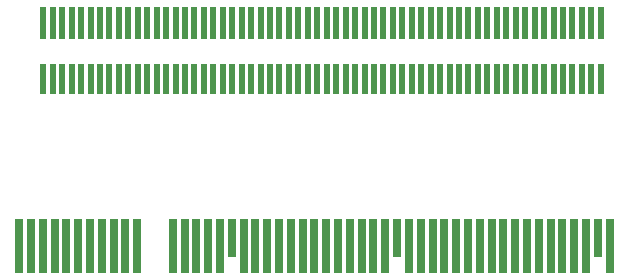
<source format=gtp>
G04*
G04 #@! TF.GenerationSoftware,Altium Limited,Altium Designer,19.1.6 (110)*
G04*
G04 Layer_Color=8421504*
%FSLAX25Y25*%
%MOIN*%
G70*
G01*
G75*
%ADD13R,0.02800X0.18000*%
%ADD14R,0.02800X0.12579*%
%ADD15R,0.01969X0.10236*%
%ADD16R,0.01969X0.11024*%
%ADD17R,0.01969X0.10236*%
%ADD18R,0.01969X0.11024*%
D13*
X437242Y162632D02*
D03*
X441178D02*
D03*
X452987D02*
D03*
X445115D02*
D03*
X433306D02*
D03*
X429369D02*
D03*
X417558D02*
D03*
X413622D02*
D03*
X409685D02*
D03*
X405748D02*
D03*
X401811D02*
D03*
X397873D02*
D03*
X393936D02*
D03*
X389999D02*
D03*
X386062D02*
D03*
X382125D02*
D03*
X378188D02*
D03*
X456923D02*
D03*
X460860D02*
D03*
X464796D02*
D03*
X468732D02*
D03*
X472669D02*
D03*
X476605D02*
D03*
X480541D02*
D03*
X484477D02*
D03*
X488414D02*
D03*
X492350D02*
D03*
X496286D02*
D03*
X500222D02*
D03*
X508095D02*
D03*
X512031D02*
D03*
X515968D02*
D03*
X519904D02*
D03*
X523840D02*
D03*
X527776D02*
D03*
X531712D02*
D03*
X535649D02*
D03*
X539585D02*
D03*
X543521D02*
D03*
X547458D02*
D03*
X551394D02*
D03*
X555330D02*
D03*
X559266D02*
D03*
X563203D02*
D03*
X567139D02*
D03*
X575011D02*
D03*
D14*
X449051Y165342D02*
D03*
X504159D02*
D03*
X571075D02*
D03*
D15*
X502756Y218504D02*
D03*
X505906D02*
D03*
X490158D02*
D03*
X493308D02*
D03*
X477560Y218504D02*
D03*
X480709Y218504D02*
D03*
X446063Y218504D02*
D03*
X442913D02*
D03*
X436614D02*
D03*
X433465D02*
D03*
X430315D02*
D03*
X427165D02*
D03*
X424016D02*
D03*
X420866D02*
D03*
X417717D02*
D03*
X414567D02*
D03*
X411417D02*
D03*
X408268D02*
D03*
X405118D02*
D03*
X401968D02*
D03*
X398819D02*
D03*
X395669D02*
D03*
X392520D02*
D03*
X389370D02*
D03*
X386221D02*
D03*
X449213D02*
D03*
X452363D02*
D03*
X455512D02*
D03*
X458662D02*
D03*
X461811D02*
D03*
X464961D02*
D03*
X468111D02*
D03*
X471260D02*
D03*
X474410D02*
D03*
X483859Y218504D02*
D03*
X487008D02*
D03*
X496457D02*
D03*
X499607D02*
D03*
X509056D02*
D03*
X512205D02*
D03*
X515355D02*
D03*
X518504D02*
D03*
X521654D02*
D03*
X524804D02*
D03*
X527953D02*
D03*
X531103D02*
D03*
X534253D02*
D03*
X537402D02*
D03*
X540552D02*
D03*
X543701D02*
D03*
X546851D02*
D03*
X550000D02*
D03*
X553150D02*
D03*
X556300D02*
D03*
X559449D02*
D03*
X562599D02*
D03*
X565749D02*
D03*
X568898D02*
D03*
X572048D02*
D03*
D16*
X446063Y237008D02*
D03*
X442913D02*
D03*
X439764D02*
D03*
X436614D02*
D03*
X433465D02*
D03*
X424016D02*
D03*
X414567D02*
D03*
X411417D02*
D03*
X401968D02*
D03*
X395669D02*
D03*
X392520D02*
D03*
X386220D02*
D03*
X449213D02*
D03*
X452363D02*
D03*
X455512D02*
D03*
X458662D02*
D03*
X461811D02*
D03*
X464961D02*
D03*
X468111D02*
D03*
X471260D02*
D03*
X474410D02*
D03*
X477560D02*
D03*
X480709D02*
D03*
X483859D02*
D03*
X487008D02*
D03*
X490158D02*
D03*
X493308D02*
D03*
X496457D02*
D03*
X499607D02*
D03*
X502756D02*
D03*
X505906D02*
D03*
X509056D02*
D03*
X512205D02*
D03*
X515355D02*
D03*
X518504D02*
D03*
X521654D02*
D03*
X524804D02*
D03*
X527953D02*
D03*
X531103D02*
D03*
X534253D02*
D03*
X537402D02*
D03*
X540552D02*
D03*
X543701D02*
D03*
X546851D02*
D03*
X550000D02*
D03*
X553150D02*
D03*
X556300D02*
D03*
X559449D02*
D03*
X562599D02*
D03*
X565749D02*
D03*
X568898D02*
D03*
X572048D02*
D03*
D17*
X439764Y218504D02*
D03*
D18*
X430315Y237008D02*
D03*
X427165D02*
D03*
X420866D02*
D03*
X417717D02*
D03*
X408268D02*
D03*
X405118D02*
D03*
X398819D02*
D03*
X389370D02*
D03*
M02*

</source>
